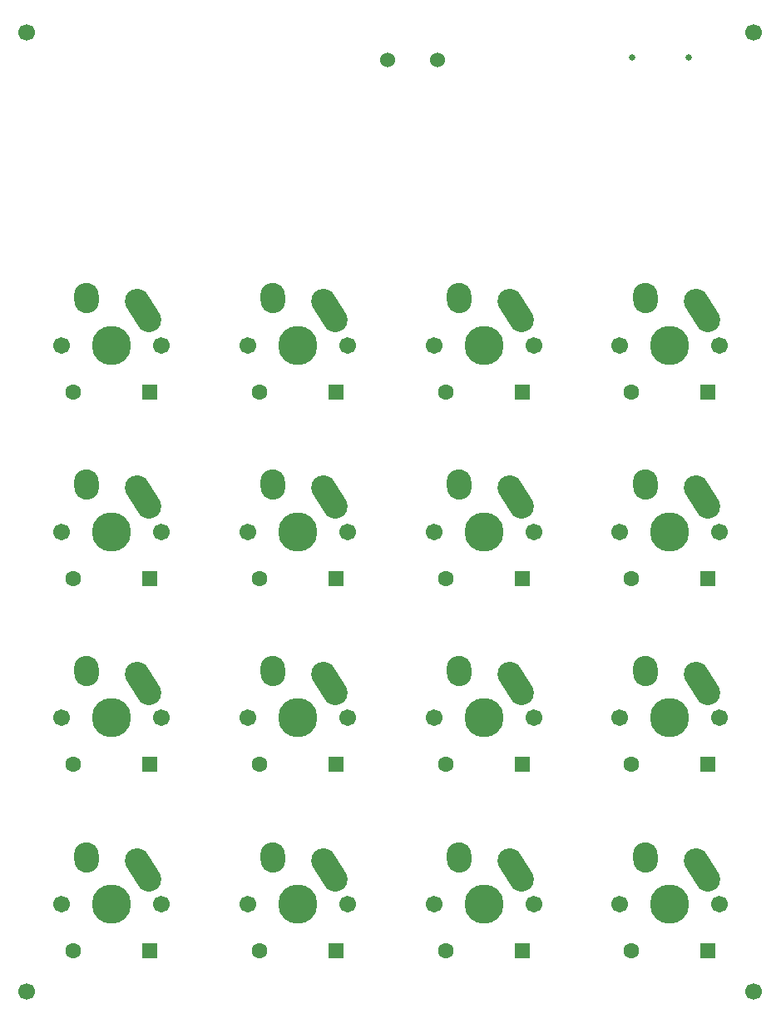
<source format=gts>
%TF.GenerationSoftware,KiCad,Pcbnew,5.99.0-unknown-48521774cd~131~ubuntu20.04.1*%
%TF.CreationDate,2021-08-15T22:43:00-07:00*%
%TF.ProjectId,keyboard MKI,6b657962-6f61-4726-9420-4d4b492e6b69,rev?*%
%TF.SameCoordinates,Original*%
%TF.FileFunction,Soldermask,Top*%
%TF.FilePolarity,Negative*%
%FSLAX46Y46*%
G04 Gerber Fmt 4.6, Leading zero omitted, Abs format (unit mm)*
G04 Created by KiCad (PCBNEW 5.99.0-unknown-48521774cd~131~ubuntu20.04.1) date 2021-08-15 22:43:00*
%MOMM*%
%LPD*%
G01*
G04 APERTURE LIST*
G04 Aperture macros list*
%AMHorizOval*
0 Thick line with rounded ends*
0 $1 width*
0 $2 $3 position (X,Y) of the first rounded end (center of the circle)*
0 $4 $5 position (X,Y) of the second rounded end (center of the circle)*
0 Add line between two ends*
20,1,$1,$2,$3,$4,$5,0*
0 Add two circle primitives to create the rounded ends*
1,1,$1,$2,$3*
1,1,$1,$4,$5*%
G04 Aperture macros list end*
%ADD10C,1.700000*%
%ADD11C,1.524000*%
%ADD12C,3.987800*%
%ADD13C,1.701800*%
%ADD14HorizOval,2.500000X-0.604462X0.948815X0.604462X-0.948815X0*%
%ADD15HorizOval,2.500000X-0.019724X0.289328X0.019724X-0.289328X0*%
%ADD16C,0.650000*%
%ADD17R,1.600000X1.600000*%
%ADD18C,1.600000*%
G04 APERTURE END LIST*
D10*
%TO.C,*%
X141500000Y-138500000D03*
%TD*%
%TO.C,*%
X67500000Y-138500000D03*
%TD*%
%TO.C,REF\u002A\u002A*%
X141500000Y-41000000D03*
%TD*%
%TO.C,*%
X67500000Y-41000000D03*
%TD*%
D11*
%TO.C,SW1*%
X104250000Y-43750000D03*
X109250000Y-43750000D03*
%TD*%
D12*
%TO.C,K16*%
X132948400Y-129659700D03*
D13*
X138028400Y-129659700D03*
X127868400Y-129659700D03*
D14*
X136203400Y-126139700D03*
D15*
X130428400Y-124869700D03*
%TD*%
%TO.C,K15*%
X111480000Y-124869700D03*
D14*
X117255000Y-126139700D03*
D13*
X108920000Y-129659700D03*
X119080000Y-129659700D03*
D12*
X114000000Y-129659700D03*
%TD*%
%TO.C,K14*%
X95051600Y-129659700D03*
D13*
X100131600Y-129659700D03*
X89971600Y-129659700D03*
D14*
X98306600Y-126139700D03*
D15*
X92531600Y-124869700D03*
%TD*%
D12*
%TO.C,K13*%
X76103200Y-129659700D03*
D13*
X81183200Y-129659700D03*
X71023200Y-129659700D03*
D14*
X79358200Y-126139700D03*
D15*
X73583200Y-124869700D03*
%TD*%
%TO.C,K12*%
X130428400Y-105921300D03*
D14*
X136203400Y-107191300D03*
D13*
X127868400Y-110711300D03*
X138028400Y-110711300D03*
D12*
X132948400Y-110711300D03*
%TD*%
%TO.C,K11*%
X114000000Y-110711300D03*
D13*
X119080000Y-110711300D03*
X108920000Y-110711300D03*
D14*
X117255000Y-107191300D03*
D15*
X111480000Y-105921300D03*
%TD*%
D12*
%TO.C,K10*%
X95051600Y-110711300D03*
D13*
X100131600Y-110711300D03*
X89971600Y-110711300D03*
D14*
X98306600Y-107191300D03*
D15*
X92531600Y-105921300D03*
%TD*%
%TO.C,K9*%
X73583200Y-105921300D03*
D14*
X79358200Y-107191300D03*
D13*
X71023200Y-110711300D03*
X81183200Y-110711300D03*
D12*
X76103200Y-110711300D03*
%TD*%
%TO.C,K8*%
X132948400Y-91762900D03*
D13*
X138028400Y-91762900D03*
X127868400Y-91762900D03*
D14*
X136203400Y-88242900D03*
D15*
X130428400Y-86972900D03*
%TD*%
D12*
%TO.C,K7*%
X114000000Y-91762900D03*
D13*
X119080000Y-91762900D03*
X108920000Y-91762900D03*
D14*
X117255000Y-88242900D03*
D15*
X111480000Y-86972900D03*
%TD*%
D12*
%TO.C,K6*%
X95051600Y-91762900D03*
D13*
X100131600Y-91762900D03*
X89971600Y-91762900D03*
D14*
X98306600Y-88242900D03*
D15*
X92531600Y-86972900D03*
%TD*%
D12*
%TO.C,K5*%
X76103200Y-91762900D03*
D13*
X81183200Y-91762900D03*
X71023200Y-91762900D03*
D14*
X79358200Y-88242900D03*
D15*
X73583200Y-86972900D03*
%TD*%
D12*
%TO.C,K4*%
X132948400Y-72814500D03*
D13*
X138028400Y-72814500D03*
X127868400Y-72814500D03*
D14*
X136203400Y-69294500D03*
D15*
X130428400Y-68024500D03*
%TD*%
D12*
%TO.C,K3*%
X114000000Y-72814500D03*
D13*
X119080000Y-72814500D03*
X108920000Y-72814500D03*
D14*
X117255000Y-69294500D03*
D15*
X111480000Y-68024500D03*
%TD*%
%TO.C,K2*%
X92531600Y-68024500D03*
D14*
X98306600Y-69294500D03*
D13*
X89971600Y-72814500D03*
X100131600Y-72814500D03*
D12*
X95051600Y-72814500D03*
%TD*%
D15*
%TO.C,K1*%
X73583200Y-68024500D03*
D14*
X79358200Y-69294500D03*
D13*
X71023200Y-72814500D03*
X81183200Y-72814500D03*
D12*
X76103200Y-72814500D03*
%TD*%
D16*
%TO.C,J1*%
X129110000Y-43562500D03*
X134890000Y-43562500D03*
%TD*%
D17*
%TO.C,D16*%
X136848400Y-134396800D03*
D18*
X129048400Y-134396800D03*
%TD*%
D17*
%TO.C,D15*%
X117900000Y-134396800D03*
D18*
X110100000Y-134396800D03*
%TD*%
%TO.C,D14*%
X91151600Y-134396800D03*
D17*
X98951600Y-134396800D03*
%TD*%
%TO.C,D13*%
X80003200Y-134396800D03*
D18*
X72203200Y-134396800D03*
%TD*%
D17*
%TO.C,D12*%
X136848400Y-115448400D03*
D18*
X129048400Y-115448400D03*
%TD*%
D17*
%TO.C,D11*%
X117900000Y-115448400D03*
D18*
X110100000Y-115448400D03*
%TD*%
D17*
%TO.C,D10*%
X98951600Y-115448400D03*
D18*
X91151600Y-115448400D03*
%TD*%
%TO.C,D9*%
X72203200Y-115448400D03*
D17*
X80003200Y-115448400D03*
%TD*%
D18*
%TO.C,D8*%
X129048400Y-96500000D03*
D17*
X136848400Y-96500000D03*
%TD*%
%TO.C,D7*%
X117900000Y-96500000D03*
D18*
X110100000Y-96500000D03*
%TD*%
D17*
%TO.C,D6*%
X98951600Y-96500000D03*
D18*
X91151600Y-96500000D03*
%TD*%
D17*
%TO.C,D5*%
X80003200Y-96500000D03*
D18*
X72203200Y-96500000D03*
%TD*%
D17*
%TO.C,D4*%
X136848400Y-77551600D03*
D18*
X129048400Y-77551600D03*
%TD*%
D17*
%TO.C,D3*%
X117900000Y-77551600D03*
D18*
X110100000Y-77551600D03*
%TD*%
%TO.C,D2*%
X91151600Y-77551600D03*
D17*
X98951600Y-77551600D03*
%TD*%
%TO.C,D1*%
X80003200Y-77551600D03*
D18*
X72203200Y-77551600D03*
%TD*%
M02*

</source>
